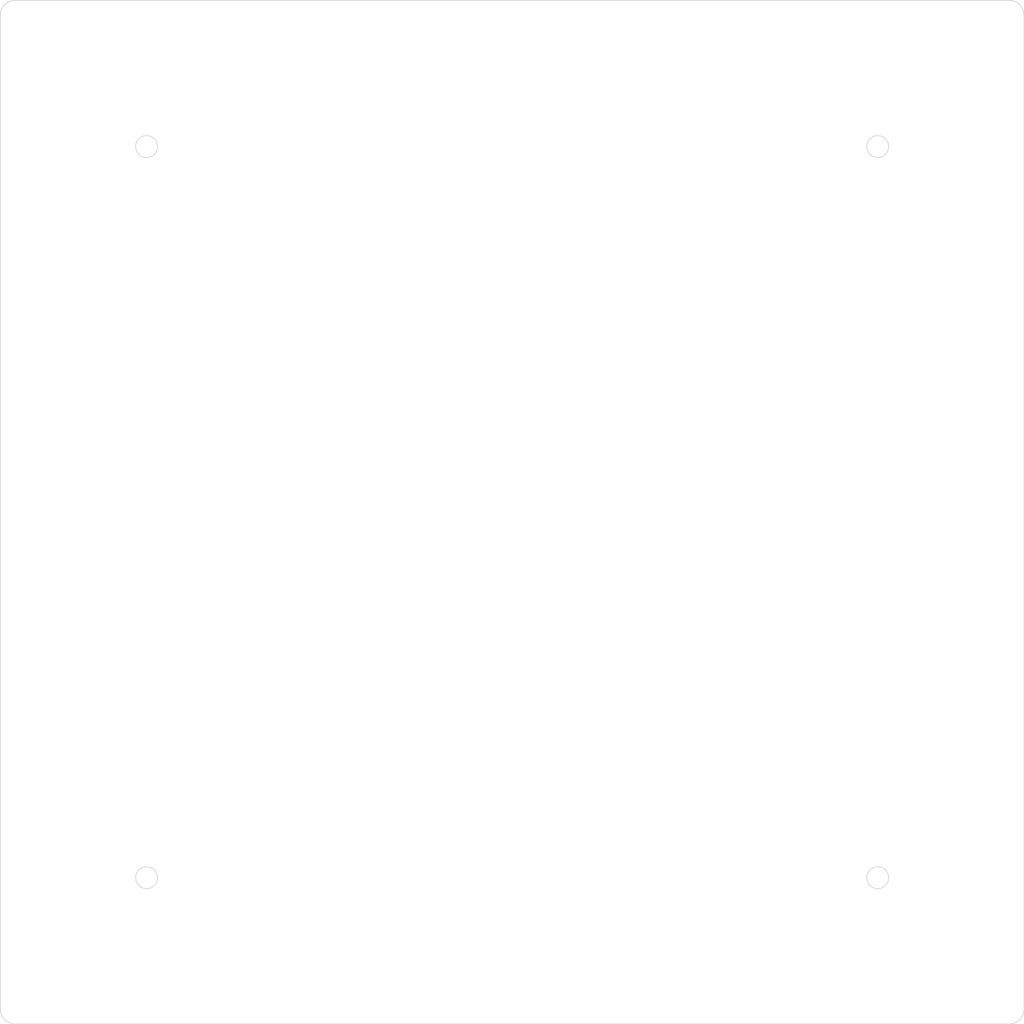
<source format=kicad_pcb>
(kicad_pcb
	(version 20241229)
	(generator "pcbnew")
	(generator_version "9.0")
	(general
		(thickness 2.09)
		(legacy_teardrops no)
	)
	(paper "A4")
	(layers
		(0 "F.Cu" signal)
		(2 "B.Cu" signal)
		(9 "F.Adhes" user "F.Adhesive")
		(11 "B.Adhes" user "B.Adhesive")
		(13 "F.Paste" user)
		(15 "B.Paste" user)
		(5 "F.SilkS" user "F.Silkscreen")
		(7 "B.SilkS" user "B.Silkscreen")
		(1 "F.Mask" user)
		(3 "B.Mask" user)
		(17 "Dwgs.User" user "User.Drawings")
		(19 "Cmts.User" user "User.Comments")
		(21 "Eco1.User" user "User.Eco1")
		(23 "Eco2.User" user "User.Eco2")
		(25 "Edge.Cuts" user)
		(27 "Margin" user)
		(31 "F.CrtYd" user "F.Courtyard")
		(29 "B.CrtYd" user "B.Courtyard")
		(35 "F.Fab" user)
		(33 "B.Fab" user)
		(39 "User.1" user)
		(41 "User.2" user)
		(43 "User.3" user)
		(45 "User.4" user)
	)
	(setup
		(stackup
			(layer "F.SilkS"
				(type "Top Silk Screen")
			)
			(layer "F.Paste"
				(type "Top Solder Paste")
			)
			(layer "F.Mask"
				(type "Top Solder Mask")
				(thickness 0.01)
			)
			(layer "F.Cu"
				(type "copper")
				(thickness 0.035)
			)
			(layer "dielectric 1"
				(type "core")
				(thickness 2)
				(material "FR4")
				(epsilon_r 4.5)
				(loss_tangent 0.02)
			)
			(layer "B.Cu"
				(type "copper")
				(thickness 0.035)
			)
			(layer "B.Mask"
				(type "Bottom Solder Mask")
				(thickness 0.01)
			)
			(layer "B.Paste"
				(type "Bottom Solder Paste")
			)
			(layer "B.SilkS"
				(type "Bottom Silk Screen")
			)
			(copper_finish "None")
			(dielectric_constraints no)
		)
		(pad_to_mask_clearance 0)
		(allow_soldermask_bridges_in_footprints no)
		(tenting front back)
		(grid_origin 60 125)
		(pcbplotparams
			(layerselection 0x00000000_00000000_55555555_5755f5ff)
			(plot_on_all_layers_selection 0x00000000_00000000_00000000_00000000)
			(disableapertmacros no)
			(usegerberextensions no)
			(usegerberattributes yes)
			(usegerberadvancedattributes yes)
			(creategerberjobfile yes)
			(dashed_line_dash_ratio 12.000000)
			(dashed_line_gap_ratio 3.000000)
			(svgprecision 4)
			(plotframeref no)
			(mode 1)
			(useauxorigin no)
			(hpglpennumber 1)
			(hpglpenspeed 20)
			(hpglpendiameter 15.000000)
			(pdf_front_fp_property_popups yes)
			(pdf_back_fp_property_popups yes)
			(pdf_metadata yes)
			(pdf_single_document no)
			(dxfpolygonmode yes)
			(dxfimperialunits yes)
			(dxfusepcbnewfont yes)
			(psnegative no)
			(psa4output no)
			(plot_black_and_white yes)
			(sketchpadsonfab no)
			(plotpadnumbers no)
			(hidednponfab no)
			(sketchdnponfab yes)
			(crossoutdnponfab yes)
			(subtractmaskfromsilk no)
			(outputformat 1)
			(mirror no)
			(drillshape 1)
			(scaleselection 1)
			(outputdirectory "")
		)
	)
	(net 0 "")
	(gr_arc
		(start 61 125)
		(mid 60.292893 124.707107)
		(end 60 124)
		(stroke
			(width 0.05)
			(type solid)
		)
		(layer "Edge.Cuts")
		(uuid "1b7d324b-b5b3-4ed0-a3c8-bbe112593973")
	)
	(gr_line
		(start 61 55)
		(end 129 55)
		(stroke
			(width 0.05)
			(type solid)
		)
		(layer "Edge.Cuts")
		(uuid "25e519d5-3917-4708-b6a4-7d106f107373")
	)
	(gr_circle
		(center 70 115)
		(end 70.75 115)
		(stroke
			(width 0.05)
			(type solid)
		)
		(fill no)
		(layer "Edge.Cuts")
		(uuid "2c331b13-3a73-46da-85a5-7414ce5cc948")
	)
	(gr_arc
		(start 60 56)
		(mid 60.292893 55.292893)
		(end 61 55)
		(stroke
			(width 0.05)
			(type solid)
		)
		(layer "Edge.Cuts")
		(uuid "651feee1-57d5-4a78-b760-1ee04d8a5d42")
	)
	(gr_circle
		(center 120 115)
		(end 120.75 115)
		(stroke
			(width 0.05)
			(type solid)
		)
		(fill no)
		(layer "Edge.Cuts")
		(uuid "71ec9b97-b902-43d6-a17d-d2d3fe2326f8")
	)
	(gr_circle
		(center 70 65)
		(end 70.75 65)
		(stroke
			(width 0.05)
			(type solid)
		)
		(fill no)
		(layer "Edge.Cuts")
		(uuid "7f0473f0-6bd5-4943-b5cd-51c6539f4f25")
	)
	(gr_line
		(start 60 56)
		(end 60 124)
		(stroke
			(width 0.05)
			(type solid)
		)
		(layer "Edge.Cuts")
		(uuid "861efd8b-2d99-43d7-bd49-7e5e76fcc68f")
	)
	(gr_line
		(start 130 56)
		(end 130 124)
		(stroke
			(width 0.05)
			(type solid)
		)
		(layer "Edge.Cuts")
		(uuid "86da5c2a-3f37-444c-af35-0aa194c712ce")
	)
	(gr_circle
		(center 120 65)
		(end 120.75 65)
		(stroke
			(width 0.05)
			(type solid)
		)
		(fill no)
		(layer "Edge.Cuts")
		(uuid "a4184688-6727-486b-a12a-fc3bbbce23f5")
	)
	(gr_line
		(start 61 125)
		(end 129 125)
		(stroke
			(width 0.05)
			(type solid)
		)
		(layer "Edge.Cuts")
		(uuid "ab6291f6-dee0-4e9d-9aa4-8cf87c1f458f")
	)
	(gr_arc
		(start 130 124)
		(mid 129.707107 124.707107)
		(end 129 125)
		(stroke
			(width 0.05)
			(type solid)
		)
		(layer "Edge.Cuts")
		(uuid "e4183df0-8f84-4a62-91bc-983fd76f5399")
	)
	(gr_arc
		(start 129 55)
		(mid 129.707107 55.292893)
		(end 130 56)
		(stroke
			(width 0.05)
			(type solid)
		)
		(layer "Edge.Cuts")
		(uuid "f0ff9a3d-64b6-4028-9358-be87753f0c14")
	)
	(embedded_fonts no)
)

</source>
